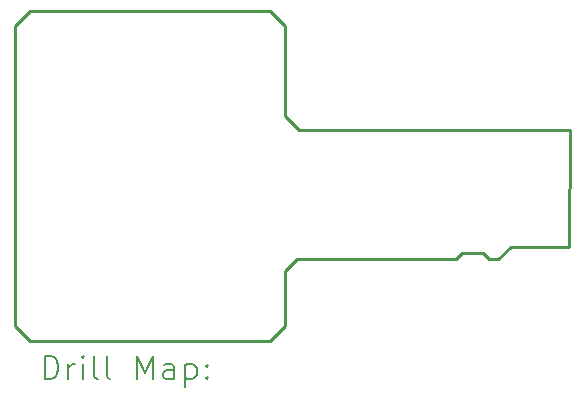
<source format=gbr>
%TF.GenerationSoftware,KiCad,Pcbnew,7.0.9*%
%TF.CreationDate,2023-12-03T04:53:22-05:00*%
%TF.ProjectId,SparkFun_MicroSD_Sniffer_v10,53706172-6b46-4756-9e5f-4d6963726f53,rev?*%
%TF.SameCoordinates,Original*%
%TF.FileFunction,Drillmap*%
%TF.FilePolarity,Positive*%
%FSLAX45Y45*%
G04 Gerber Fmt 4.5, Leading zero omitted, Abs format (unit mm)*
G04 Created by KiCad (PCBNEW 7.0.9) date 2023-12-03 04:53:22*
%MOMM*%
%LPD*%
G01*
G04 APERTURE LIST*
%ADD10C,0.254000*%
%ADD11C,0.200000*%
G04 APERTURE END LIST*
D10*
X16463010Y-11148060D02*
X16285210Y-11148060D01*
X12500610Y-11770360D02*
X12500610Y-9230360D01*
X14786610Y-9230360D02*
X14786610Y-9992360D01*
X16693000Y-11096000D02*
X16590010Y-11198860D01*
X12627610Y-11897360D02*
X12500610Y-11770360D01*
X14659610Y-11897360D02*
X14786610Y-11770360D01*
X17199610Y-10106660D02*
X14900910Y-10106660D01*
X16513810Y-11198860D02*
X16463010Y-11148060D01*
X14659610Y-9103360D02*
X14786610Y-9230360D01*
X16234410Y-11198860D02*
X14888210Y-11198860D01*
X12627610Y-9103360D02*
X14659610Y-9103360D01*
X14786610Y-11770360D02*
X14786610Y-11300460D01*
X16285210Y-11148060D02*
X16234410Y-11198860D01*
X14786610Y-11300460D02*
X14888210Y-11198860D01*
X17186910Y-11097260D02*
X16693000Y-11096000D01*
X14786610Y-9992360D02*
X14900910Y-10106660D01*
X12627610Y-11897360D02*
X14659610Y-11897360D01*
X17199610Y-10106660D02*
X17186910Y-11097260D01*
X16590010Y-11198860D02*
X16513810Y-11198860D01*
X12500610Y-9230360D02*
X12627610Y-9103360D01*
D11*
X12748687Y-12221544D02*
X12748687Y-12021544D01*
X12748687Y-12021544D02*
X12796306Y-12021544D01*
X12796306Y-12021544D02*
X12824877Y-12031068D01*
X12824877Y-12031068D02*
X12843925Y-12050115D01*
X12843925Y-12050115D02*
X12853449Y-12069163D01*
X12853449Y-12069163D02*
X12862972Y-12107258D01*
X12862972Y-12107258D02*
X12862972Y-12135829D01*
X12862972Y-12135829D02*
X12853449Y-12173925D01*
X12853449Y-12173925D02*
X12843925Y-12192972D01*
X12843925Y-12192972D02*
X12824877Y-12212020D01*
X12824877Y-12212020D02*
X12796306Y-12221544D01*
X12796306Y-12221544D02*
X12748687Y-12221544D01*
X12948687Y-12221544D02*
X12948687Y-12088210D01*
X12948687Y-12126306D02*
X12958211Y-12107258D01*
X12958211Y-12107258D02*
X12967734Y-12097734D01*
X12967734Y-12097734D02*
X12986782Y-12088210D01*
X12986782Y-12088210D02*
X13005830Y-12088210D01*
X13072496Y-12221544D02*
X13072496Y-12088210D01*
X13072496Y-12021544D02*
X13062972Y-12031068D01*
X13062972Y-12031068D02*
X13072496Y-12040591D01*
X13072496Y-12040591D02*
X13082020Y-12031068D01*
X13082020Y-12031068D02*
X13072496Y-12021544D01*
X13072496Y-12021544D02*
X13072496Y-12040591D01*
X13196306Y-12221544D02*
X13177258Y-12212020D01*
X13177258Y-12212020D02*
X13167734Y-12192972D01*
X13167734Y-12192972D02*
X13167734Y-12021544D01*
X13301068Y-12221544D02*
X13282020Y-12212020D01*
X13282020Y-12212020D02*
X13272496Y-12192972D01*
X13272496Y-12192972D02*
X13272496Y-12021544D01*
X13529639Y-12221544D02*
X13529639Y-12021544D01*
X13529639Y-12021544D02*
X13596306Y-12164401D01*
X13596306Y-12164401D02*
X13662972Y-12021544D01*
X13662972Y-12021544D02*
X13662972Y-12221544D01*
X13843925Y-12221544D02*
X13843925Y-12116782D01*
X13843925Y-12116782D02*
X13834401Y-12097734D01*
X13834401Y-12097734D02*
X13815353Y-12088210D01*
X13815353Y-12088210D02*
X13777258Y-12088210D01*
X13777258Y-12088210D02*
X13758211Y-12097734D01*
X13843925Y-12212020D02*
X13824877Y-12221544D01*
X13824877Y-12221544D02*
X13777258Y-12221544D01*
X13777258Y-12221544D02*
X13758211Y-12212020D01*
X13758211Y-12212020D02*
X13748687Y-12192972D01*
X13748687Y-12192972D02*
X13748687Y-12173925D01*
X13748687Y-12173925D02*
X13758211Y-12154877D01*
X13758211Y-12154877D02*
X13777258Y-12145353D01*
X13777258Y-12145353D02*
X13824877Y-12145353D01*
X13824877Y-12145353D02*
X13843925Y-12135829D01*
X13939163Y-12088210D02*
X13939163Y-12288210D01*
X13939163Y-12097734D02*
X13958211Y-12088210D01*
X13958211Y-12088210D02*
X13996306Y-12088210D01*
X13996306Y-12088210D02*
X14015353Y-12097734D01*
X14015353Y-12097734D02*
X14024877Y-12107258D01*
X14024877Y-12107258D02*
X14034401Y-12126306D01*
X14034401Y-12126306D02*
X14034401Y-12183448D01*
X14034401Y-12183448D02*
X14024877Y-12202496D01*
X14024877Y-12202496D02*
X14015353Y-12212020D01*
X14015353Y-12212020D02*
X13996306Y-12221544D01*
X13996306Y-12221544D02*
X13958211Y-12221544D01*
X13958211Y-12221544D02*
X13939163Y-12212020D01*
X14120115Y-12202496D02*
X14129639Y-12212020D01*
X14129639Y-12212020D02*
X14120115Y-12221544D01*
X14120115Y-12221544D02*
X14110592Y-12212020D01*
X14110592Y-12212020D02*
X14120115Y-12202496D01*
X14120115Y-12202496D02*
X14120115Y-12221544D01*
X14120115Y-12097734D02*
X14129639Y-12107258D01*
X14129639Y-12107258D02*
X14120115Y-12116782D01*
X14120115Y-12116782D02*
X14110592Y-12107258D01*
X14110592Y-12107258D02*
X14120115Y-12097734D01*
X14120115Y-12097734D02*
X14120115Y-12116782D01*
M02*

</source>
